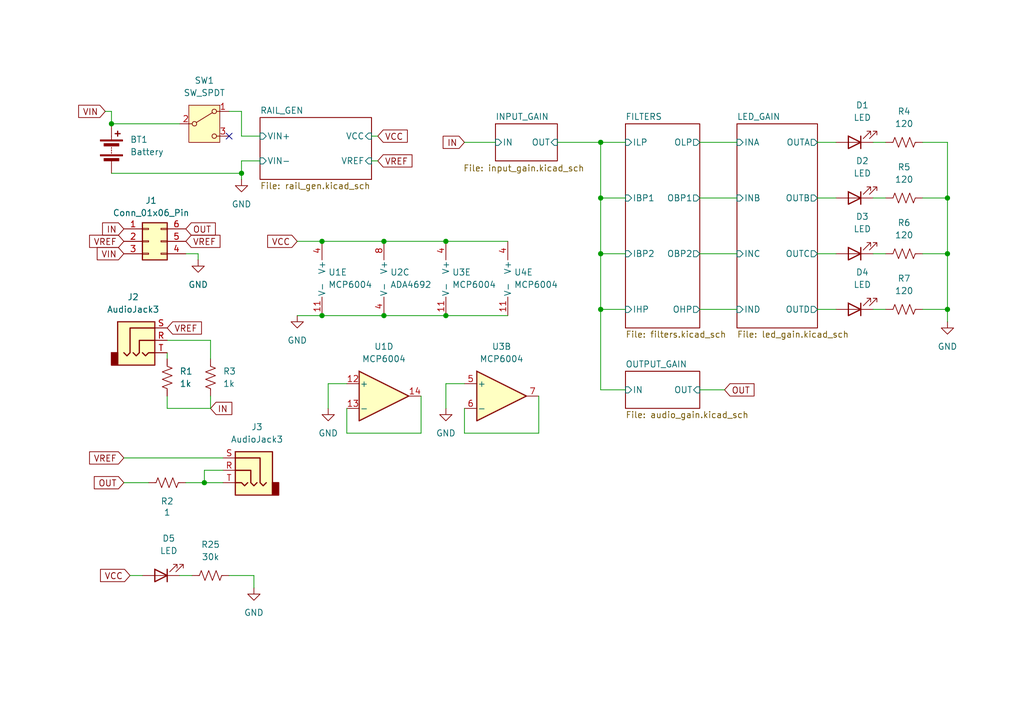
<source format=kicad_sch>
(kicad_sch (version 20250114) (generator "eeschema") (generator_version "9.0")
  (paper "A5")
  (title_block (title "EL223FP4L1") (date "2025-05-08") (rev "1") (company "Boles & Walker") (comment 1 "Board Overview"))
  (lib_symbols
    (symbol "Amplifier_Operational:MCP6004" (pin_names (offset 0.127))
      (property "Reference" "U" (at 0 5.08 0))
      (property "Value" "MCP6004" (at 0 -5.08 0))
      (symbol "MCP6004_1_1"
        (polyline (pts (xy -5.08 5.08) (xy 5.08 0) (xy -5.08 -5.08) (xy -5.08 5.08)) (stroke (width 0.254)) (fill (type background)))
        (pin input line (at -7.62 2.54 0) (length 2.54) (name "+") (number "3"))
        (pin input line (at -7.62 -2.54 0) (length 2.54) (name "-") (number "2"))
        (pin output line (at 7.62 0 180) (length 2.54) (name "~") (number "1"))
      )
      (symbol "MCP6004_2_1"
        (polyline (pts (xy -5.08 5.08) (xy 5.08 0) (xy -5.08 -5.08) (xy -5.08 5.08)) (stroke (width 0.254)) (fill (type background)))
        (pin input line (at -7.62 2.54 0) (length 2.54) (name "+") (number "5"))
        (pin input line (at -7.62 -2.54 0) (length 2.54) (name "-") (number "6"))
        (pin output line (at 7.62 0 180) (length 2.54) (name "~") (number "7"))
      )
      (symbol "MCP6004_3_1"
        (polyline (pts (xy -5.08 5.08) (xy 5.08 0) (xy -5.08 -5.08) (xy -5.08 5.08)) (stroke (width 0.254)) (fill (type background)))
        (pin input line (at -7.62 2.54 0) (length 2.54) (name "+") (number "10"))
        (pin input line (at -7.62 -2.54 0) (length 2.54) (name "-") (number "9"))
        (pin output line (at 7.62 0 180) (length 2.54) (name "~") (number "8"))
      )
      (symbol "MCP6004_4_1"
        (polyline (pts (xy -5.08 5.08) (xy 5.08 0) (xy -5.08 -5.08) (xy -5.08 5.08)) (stroke (width 0.254)) (fill (type background)))
        (pin input line (at -7.62 2.54 0) (length 2.54) (name "+") (number "12"))
        (pin input line (at -7.62 -2.54 0) (length 2.54) (name "-") (number "13"))
        (pin output line (at 7.62 0 180) (length 2.54) (name "~") (number "14"))
      )
      (symbol "MCP6004_5_1"
        (pin power_in line (at -2.54 7.62 270) (length 3.81) (name "V+") (number "4"))
        (pin power_in line (at -2.54 -7.62 90) (length 3.81) (name "V-") (number "11"))
      )
    )
    (symbol "Connector_Audio:AudioJack3"
      (property "Reference" "J" (at 0 8.89 0))
      (property "Value" "AudioJack3" (at 0 6.35 0))
      (symbol "AudioJack3_0_1"
        (rectangle (start -5.08 -5.08) (end -6.35 -2.54) (stroke (width 0.254)) (fill (type outline)))
        (polyline (pts (xy -1.905 -2.54) (xy -1.27 -3.175) (xy -0.635 -2.54) (xy -0.635 0) (xy 2.54 0)) (stroke (width 0.254)))
        (polyline (pts (xy 0 -2.54) (xy 0.635 -3.175) (xy 1.27 -2.54) (xy 2.54 -2.54)) (stroke (width 0.254)))
        (rectangle (start 2.54 3.81) (end -5.08 -5.08) (stroke (width 0.254)) (fill (type background)))
        (polyline (pts (xy 2.54 2.54) (xy -2.54 2.54) (xy -2.54 -2.54) (xy -3.175 -3.175) (xy -3.81 -2.54)) (stroke (width 0.254)))
      )
      (symbol "AudioJack3_1_1"
        (pin passive line (at 5.08 2.54 180) (length 2.54) (name "~") (number "S"))
        (pin passive line (at 5.08 0 180) (length 2.54) (name "~") (number "R"))
        (pin passive line (at 5.08 -2.54 180) (length 2.54) (name "~") (number "T"))
      )
    )
    (symbol "Connector_Generic:Conn_02x03_Counter_Clockwise" (pin_names (offset 1.016) (hide yes))
      (property "Reference" "J" (at 1.27 5.08 0))
      (property "Value" "Conn_02x03_Counter_Clockwise" (at 1.27 -5.08 0))
      (symbol "Conn_02x03_Counter_Clockwise_1_1"
        (rectangle (start -1.27 3.81) (end 3.81 -3.81) (stroke (width 0.254)) (fill (type background)))
        (rectangle (start -1.27 2.667) (end 0 2.413) (stroke (width 0.1524)))
        (rectangle (start -1.27 0.127) (end 0 -0.127) (stroke (width 0.1524)))
        (rectangle (start -1.27 -2.413) (end 0 -2.667) (stroke (width 0.1524)))
        (rectangle (start 3.81 2.667) (end 2.54 2.413) (stroke (width 0.1524)))
        (rectangle (start 3.81 0.127) (end 2.54 -0.127) (stroke (width 0.1524)))
        (rectangle (start 3.81 -2.413) (end 2.54 -2.667) (stroke (width 0.1524)))
        (pin passive line (at -5.08 2.54 0) (length 3.81) (name "Pin_1") (number "1"))
        (pin passive line (at -5.08 0 0) (length 3.81) (name "Pin_2") (number "2"))
        (pin passive line (at -5.08 -2.54 0) (length 3.81) (name "Pin_3") (number "3"))
        (pin passive line (at 7.62 2.54 180) (length 3.81) (name "Pin_6") (number "6"))
        (pin passive line (at 7.62 0 180) (length 3.81) (name "Pin_5") (number "5"))
        (pin passive line (at 7.62 -2.54 180) (length 3.81) (name "Pin_4") (number "4"))
      )
    )
    (symbol "Custom:ADA4692-2" (pin_names (offset 0.127))
      (property "Reference" "U" (at 2.54 6.35 0))
      (property "Value" "ADA4692-2" (at 2.54 3.81 0))
      (symbol "ADA4692-2_1_1"
        (polyline (pts (xy 5.08 0) (xy -5.08 5.08) (xy -5.08 -5.08) (xy 5.08 0)) (stroke (width 0.254)) (fill (type background)))
        (pin input line (at -7.62 2.54 0) (length 2.54) (name "+") (number "3"))
        (pin input line (at -7.62 -2.54 0) (length 2.54) (name "-") (number "2"))
        (pin output line (at 7.62 0 180) (length 2.54) (name "~") (number "1"))
      )
      (symbol "ADA4692-2_2_1"
        (polyline (pts (xy 5.08 0) (xy -5.08 5.08) (xy -5.08 -5.08) (xy 5.08 0)) (stroke (width 0.254)) (fill (type background)))
        (pin input line (at -7.62 2.54 0) (length 2.54) (name "+") (number "5"))
        (pin input line (at -7.62 -2.54 0) (length 2.54) (name "-") (number "6"))
        (pin output line (at 7.62 0 180) (length 2.54) (name "~") (number "7"))
      )
      (symbol "ADA4692-2_3_1"
        (pin power_in line (at 0 7.62 270) (length 3.81) (name "V+") (number "8"))
        (pin power_in line (at 0 -7.62 90) (length 3.81) (name "V-") (number "4"))
      )
    )
    (symbol "Device:Battery" (pin_numbers (hide yes)) (pin_names (offset 0) (hide yes))
      (property "Reference" "BT" (at 2.54 2.54 0))
      (property "Value" "Battery" (at 2.54 0 0))
      (symbol "Battery_0_1"
        (rectangle (start -2.286 1.778) (end 2.286 1.524) (fill (type outline)))
        (rectangle (start -2.286 -1.27) (end 2.286 -1.524) (fill (type outline)))
        (rectangle (start -1.524 1.016) (end 1.524 0.508) (fill (type outline)))
        (rectangle (start -1.524 -2.032) (end 1.524 -2.54) (fill (type outline)))
        (polyline (pts (xy 0 1.778) (xy 0 2.54)))
        (polyline (pts (xy 0 0) (xy 0 0.254)))
        (polyline (pts (xy 0 -0.508) (xy 0 -0.254)))
        (polyline (pts (xy 0 -1.016) (xy 0 -0.762)))
        (polyline (pts (xy 0.762 3.048) (xy 1.778 3.048)) (stroke (width 0.254)))
        (polyline (pts (xy 1.27 3.556) (xy 1.27 2.54)) (stroke (width 0.254)))
      )
      (symbol "Battery_1_1"
        (pin passive line (at 0 5.08 270) (length 2.54) (name "+") (number "1"))
        (pin passive line (at 0 -5.08 90) (length 2.54) (name "-") (number "2"))
      )
    )
    (symbol "Device:LED" (pin_numbers (hide yes)) (pin_names (offset 1.016) (hide yes))
      (property "Reference" "D" (at 0 2.54 0))
      (property "Value" "LED" (at 0 -2.54 0))
      (symbol "LED_0_1"
        (polyline (pts (xy -3.048 -0.762) (xy -4.572 -2.286) (xy -3.81 -2.286) (xy -4.572 -2.286) (xy -4.572 -1.524)))
        (polyline (pts (xy -1.778 -0.762) (xy -3.302 -2.286) (xy -2.54 -2.286) (xy -3.302 -2.286) (xy -3.302 -1.524)))
        (polyline (pts (xy -1.27 0) (xy 1.27 0)))
        (polyline (pts (xy -1.27 -1.27) (xy -1.27 1.27)) (stroke (width 0.254)))
        (polyline (pts (xy 1.27 -1.27) (xy 1.27 1.27) (xy -1.27 0) (xy 1.27 -1.27)) (stroke (width 0.254)))
      )
      (symbol "LED_1_1"
        (pin passive line (at -3.81 0 0) (length 2.54) (name "K") (number "1"))
        (pin passive line (at 3.81 0 180) (length 2.54) (name "A") (number "2"))
      )
    )
    (symbol "Device:R_US" (pin_numbers (hide yes)) (pin_names (offset 0))
      (property "Reference" "R" (at 2.54 0 90))
      (property "Value" "R_US" (at -2.54 0 90))
      (symbol "R_US_0_1"
        (polyline (pts (xy 0 2.286) (xy 0 2.54)))
        (polyline (pts (xy 0 2.286) (xy 1.016 1.905) (xy 0 1.524) (xy -1.016 1.143) (xy 0 0.762)))
        (polyline (pts (xy 0 0.762) (xy 1.016 0.381) (xy 0 0) (xy -1.016 -0.381) (xy 0 -0.762)))
        (polyline (pts (xy 0 -0.762) (xy 1.016 -1.143) (xy 0 -1.524) (xy -1.016 -1.905) (xy 0 -2.286)))
        (polyline (pts (xy 0 -2.286) (xy 0 -2.54)))
      )
      (symbol "R_US_1_1"
        (pin passive line (at 0 3.81 270) (length 1.27) (name "~") (number "1"))
        (pin passive line (at 0 -3.81 90) (length 1.27) (name "~") (number "2"))
      )
    )
    (symbol "Switch:SW_SPDT" (pin_names (offset 0) (hide yes))
      (property "Reference" "SW" (at 0 5.08 0))
      (property "Value" "SW_SPDT" (at 0 -5.08 0))
      (symbol "SW_SPDT_0_1"
        (circle (center -2.032 0) (radius 0.4572))
        (polyline (pts (xy -1.651 0.254) (xy 1.651 2.286)))
        (circle (center 2.032 2.54) (radius 0.4572))
        (circle (center 2.032 -2.54) (radius 0.4572))
      )
      (symbol "SW_SPDT_1_1"
        (rectangle (start -3.175 3.81) (end 3.175 -3.81) (fill (type background)))
        (pin passive line (at -5.08 0 0) (length 2.54) (name "B") (number "2"))
        (pin passive line (at 5.08 2.54 180) (length 2.54) (name "A") (number "1"))
        (pin passive line (at 5.08 -2.54 180) (length 2.54) (name "C") (number "3"))
      )
    )
    (symbol "power:GND" (power) (pin_numbers (hide yes)) (pin_names (offset 0) (hide yes))
      (property "Value" "GND" (at 0 -3.81 0))
      (symbol "GND_0_1"
        (polyline (pts (xy 0 0) (xy 0 -1.27) (xy 1.27 -1.27) (xy 0 -2.54) (xy -1.27 -1.27) (xy 0 -1.27)))
      )
      (symbol "GND_1_1"
        (pin power_in line (at 0 0 270) (length 0) (name "~") (number "1"))
      )
    )
  )
  (junction (at 41.91 99.06))
  (junction (at 91.44 49.53))
  (junction (at 123.19 63.5))
  (junction (at 78.74 64.77))
  (junction (at 123.19 52.07))
  (junction (at 91.44 64.77))
  (junction (at 123.19 40.64))
  (junction (at 66.04 64.77))
  (junction (at 194.31 63.5))
  (junction (at 194.31 52.07))
  (junction (at 78.74 49.53))
  (junction (at 66.04 49.53))
  (junction (at 49.53 35.56))
  (junction (at 194.31 40.64))
  (junction (at 22.86 25.4))
  (junction (at 123.19 29.21))
  (no_connect (at 46.99 27.94))
  (wire (pts (xy 78.74 64.77) (xy 91.44 64.77)))
  (wire (pts (xy 123.19 52.07) (xy 123.19 63.5)))
  (wire (pts (xy 45.72 99.06) (xy 41.91 99.06)))
  (wire (pts (xy 194.31 29.21) (xy 194.31 40.64)))
  (wire (pts (xy 194.31 63.5) (xy 194.31 66.04)))
  (wire (pts (xy 179.07 29.21) (xy 181.61 29.21)))
  (wire (pts (xy 38.1 99.06) (xy 41.91 99.06)))
  (wire (pts (xy 43.18 81.28) (xy 43.18 83.82)))
  (wire (pts (xy 189.23 52.07) (xy 194.31 52.07)))
  (wire (pts (xy 22.86 22.86) (xy 22.86 25.4)))
  (wire (pts (xy 21.59 22.86) (xy 22.86 22.86)))
  (wire (pts (xy 114.3 29.21) (xy 123.19 29.21)))
  (wire (pts (xy 26.67 118.11) (xy 29.21 118.11)))
  (wire (pts (xy 76.2 33.02) (xy 77.47 33.02)))
  (wire (pts (xy 143.51 29.21) (xy 151.13 29.21)))
  (wire (pts (xy 194.31 52.07) (xy 194.31 63.5)))
  (wire (pts (xy 143.51 40.64) (xy 151.13 40.64)))
  (wire (pts (xy 189.23 40.64) (xy 194.31 40.64)))
  (wire (pts (xy 22.86 35.56) (xy 49.53 35.56)))
  (wire (pts (xy 38.1 52.07) (xy 40.64 52.07)))
  (wire (pts (xy 179.07 52.07) (xy 181.61 52.07)))
  (wire (pts (xy 40.64 52.07) (xy 40.64 53.34)))
  (wire (pts (xy 52.07 118.11) (xy 52.07 120.65)))
  (wire (pts (xy 91.44 64.77) (xy 104.14 64.77)))
  (wire (pts (xy 189.23 29.21) (xy 194.31 29.21)))
  (wire (pts (xy 167.64 29.21) (xy 171.45 29.21)))
  (wire (pts (xy 167.64 40.64) (xy 171.45 40.64)))
  (wire (pts (xy 78.74 49.53) (xy 91.44 49.53)))
  (wire (pts (xy 86.36 81.28) (xy 86.36 88.9)))
  (wire (pts (xy 91.44 49.53) (xy 104.14 49.53)))
  (wire (pts (xy 43.18 69.85) (xy 43.18 73.66)))
  (wire (pts (xy 66.04 64.77) (xy 78.74 64.77)))
  (wire (pts (xy 53.34 27.94) (xy 49.53 27.94)))
  (wire (pts (xy 91.44 78.74) (xy 91.44 83.82)))
  (wire (pts (xy 66.04 49.53) (xy 78.74 49.53)))
  (wire (pts (xy 71.12 88.9) (xy 71.12 83.82)))
  (wire (pts (xy 143.51 52.07) (xy 151.13 52.07)))
  (wire (pts (xy 143.51 63.5) (xy 151.13 63.5)))
  (wire (pts (xy 60.96 49.53) (xy 66.04 49.53)))
  (wire (pts (xy 43.18 83.82) (xy 34.29 83.82)))
  (wire (pts (xy 123.19 40.64) (xy 128.27 40.64)))
  (wire (pts (xy 194.31 40.64) (xy 194.31 52.07)))
  (wire (pts (xy 67.31 78.74) (xy 67.31 83.82)))
  (wire (pts (xy 86.36 88.9) (xy 71.12 88.9)))
  (wire (pts (xy 49.53 27.94) (xy 49.53 22.86)))
  (wire (pts (xy 60.96 64.77) (xy 66.04 64.77)))
  (wire (pts (xy 179.07 63.5) (xy 181.61 63.5)))
  (wire (pts (xy 49.53 36.83) (xy 49.53 35.56)))
  (wire (pts (xy 95.25 88.9) (xy 95.25 83.82)))
  (wire (pts (xy 95.25 78.74) (xy 91.44 78.74)))
  (wire (pts (xy 34.29 83.82) (xy 34.29 81.28)))
  (wire (pts (xy 123.19 63.5) (xy 128.27 63.5)))
  (wire (pts (xy 123.19 63.5) (xy 123.19 80.01)))
  (wire (pts (xy 34.29 69.85) (xy 43.18 69.85)))
  (wire (pts (xy 25.4 93.98) (xy 45.72 93.98)))
  (wire (pts (xy 143.51 80.01) (xy 148.59 80.01)))
  (wire (pts (xy 34.29 72.39) (xy 34.29 73.66)))
  (wire (pts (xy 49.53 22.86) (xy 46.99 22.86)))
  (wire (pts (xy 25.4 99.06) (xy 30.48 99.06)))
  (wire (pts (xy 123.19 80.01) (xy 128.27 80.01)))
  (wire (pts (xy 49.53 33.02) (xy 53.34 33.02)))
  (wire (pts (xy 71.12 78.74) (xy 67.31 78.74)))
  (wire (pts (xy 95.25 29.21) (xy 101.6 29.21)))
  (wire (pts (xy 179.07 40.64) (xy 181.61 40.64)))
  (wire (pts (xy 22.86 25.4) (xy 36.83 25.4)))
  (wire (pts (xy 189.23 63.5) (xy 194.31 63.5)))
  (wire (pts (xy 45.72 96.52) (xy 41.91 96.52)))
  (wire (pts (xy 167.64 63.5) (xy 171.45 63.5)))
  (wire (pts (xy 123.19 52.07) (xy 128.27 52.07)))
  (wire (pts (xy 49.53 35.56) (xy 49.53 33.02)))
  (wire (pts (xy 76.2 27.94) (xy 77.47 27.94)))
  (wire (pts (xy 41.91 96.52) (xy 41.91 99.06)))
  (wire (pts (xy 123.19 29.21) (xy 128.27 29.21)))
  (wire (pts (xy 36.83 118.11) (xy 39.37 118.11)))
  (wire (pts (xy 123.19 29.21) (xy 123.19 40.64)))
  (wire (pts (xy 167.64 52.07) (xy 171.45 52.07)))
  (wire (pts (xy 110.49 88.9) (xy 95.25 88.9)))
  (wire (pts (xy 123.19 40.64) (xy 123.19 52.07)))
  (wire (pts (xy 46.99 118.11) (xy 52.07 118.11)))
  (wire (pts (xy 110.49 81.28) (xy 110.49 88.9)))
  (global_label "VREF" (shape input) (at 38.1 49.53 0) (property "Intersheetrefs" "${INTERSHEET_REFS}" (effects (hide yes))))
  (global_label "VCC" (shape input) (at 60.96 49.53 180) (property "Intersheetrefs" "${INTERSHEET_REFS}" (effects (hide yes))))
  (global_label "VCC" (shape input) (at 77.47 27.94 0) (property "Intersheetrefs" "${INTERSHEET_REFS}" (effects (hide yes))))
  (global_label "OUT" (shape input) (at 25.4 99.06 180) (property "Intersheetrefs" "${INTERSHEET_REFS}" (effects (hide yes))))
  (global_label "OUT" (shape input) (at 38.1 46.99 0) (property "Intersheetrefs" "${INTERSHEET_REFS}" (effects (hide yes))))
  (global_label "VREF" (shape input) (at 77.47 33.02 0) (property "Intersheetrefs" "${INTERSHEET_REFS}" (effects (hide yes))))
  (global_label "VCC" (shape input) (at 26.67 118.11 180) (property "Intersheetrefs" "${INTERSHEET_REFS}" (effects (hide yes))))
  (global_label "VREF" (shape input) (at 25.4 93.98 180) (property "Intersheetrefs" "${INTERSHEET_REFS}" (effects (hide yes))))
  (global_label "IN" (shape input) (at 43.18 83.82 0) (property "Intersheetrefs" "${INTERSHEET_REFS}" (effects (hide yes))))
  (global_label "VREF" (shape input) (at 34.29 67.31 0) (property "Intersheetrefs" "${INTERSHEET_REFS}" (effects (hide yes))))
  (global_label "IN" (shape input) (at 95.25 29.21 180) (property "Intersheetrefs" "${INTERSHEET_REFS}" (effects (hide yes))))
  (global_label "VIN" (shape input) (at 25.4 52.07 180) (property "Intersheetrefs" "${INTERSHEET_REFS}" (effects (hide yes))))
  (global_label "OUT" (shape input) (at 148.59 80.01 0) (property "Intersheetrefs" "${INTERSHEET_REFS}" (effects (hide yes))))
  (global_label "VIN" (shape input) (at 21.59 22.86 180) (property "Intersheetrefs" "${INTERSHEET_REFS}" (effects (hide yes))))
  (global_label "IN" (shape input) (at 25.4 46.99 180) (property "Intersheetrefs" "${INTERSHEET_REFS}" (effects (hide yes))))
  (global_label "VREF" (shape input) (at 25.4 49.53 180) (property "Intersheetrefs" "${INTERSHEET_REFS}" (effects (hide yes))))
  (symbol (lib_id "power:GND") (at 67.31 83.82 0) (unit 1)
    (property "Reference" "#PWR03" (effects (hide yes)))
    (property "Value" "GND" (at 67.31 88.9 0))
    (property "Description" "Power symbol creates a global label with name \"GND\" , ground" (effects (hide yes)))
  )
  (symbol (lib_id "power:GND") (at 40.64 53.34 0) (unit 1)
    (property "Reference" "#PWR01" (effects (hide yes)))
    (property "Value" "GND" (at 40.64 58.42 0))
    (property "Description" "Power symbol creates a global label with name \"GND\" , ground" (effects (hide yes)))
  )
  (symbol (lib_id "Device:R_US") (at 185.42 52.07 90) (unit 1)
    (property "Reference" "R6" (at 185.42 45.72 90))
    (property "Value" "120" (at 185.42 48.26 90))
    (property "Footprint" "Resistor_SMD:R_0805_2012Metric_Pad1.20x1.40mm_HandSolder" (effects (hide yes)))
    (property "Datasheet" "https://static6.arrow.com/aropdfconversion/7e2213882d2cf06558ca48205aefcc8d6bac7a1a/cr.pdf" (effects (hide yes)))
    (property "Description" "Resistor, US symbol" (effects (hide yes)))
    (property "Part" "CR0805-FX-1200GLF" (effects (hide yes)))
  )
  (symbol (lib_id "Device:LED") (at 175.26 29.21 180) (unit 1)
    (property "Reference" "D1" (at 176.8475 21.59 0))
    (property "Value" "LED" (at 176.8475 24.13 0))
    (property "Footprint" "LED_SMD:LED_0805_2012Metric_Pad1.15x1.40mm_HandSolder" (effects (hide yes)))
    (property "Description" "Light emitting diode" (effects (hide yes)))
    (property "Sim.Pins" "1=K 2=A" (effects (hide yes)))
    (property "Sim.Library" "led.lib" (effects (hide yes)))
    (property "Sim.Name" "LED_GENERAL" (effects (hide yes)))
    (property "Sim.Device" "D" (effects (hide yes)))
  )
  (symbol (lib_id "Device:LED") (at 175.26 63.5 180) (unit 1)
    (property "Reference" "D4" (at 176.8475 55.88 0))
    (property "Value" "LED" (at 176.8475 58.42 0))
    (property "Footprint" "LED_SMD:LED_0805_2012Metric_Pad1.15x1.40mm_HandSolder" (effects (hide yes)))
    (property "Description" "Light emitting diode" (effects (hide yes)))
    (property "Sim.Pins" "1=K 2=A" (effects (hide yes)))
    (property "Sim.Library" "led.lib" (effects (hide yes)))
    (property "Sim.Name" "LED_GENERAL" (effects (hide yes)))
    (property "Sim.Device" "D" (effects (hide yes)))
  )
  (symbol (lib_id "Custom:ADA4692-2") (at 78.74 57.15 0) (unit 3)
    (property "Reference" "U2" (at 80.01 55.8799 0) (effects (justify left)))
    (property "Value" "ADA4692" (at 80.01 58.4199 0) (effects (justify left)))
    (property "Footprint" "Package_SO:SOIC-8_3.9x4.9mm_P1.27mm" (effects (hide yes)))
    (property "Datasheet" "https://www.analog.com/media/en/technical-documentation/data-sheets/ADA4691-2_4691-4_4692-2_4692-4.pdf" (effects (hide yes)))
    (property "Description" "Dual Low Noise, Precision, Rail-to-Rail Output, JFET Op Amp, SOIC-8" (effects (hide yes)))
    (property "Sim.Library" "ada4692.sub" (effects (hide yes)))
    (property "Sim.Name" "ADA4692-2" (effects (hide yes)))
    (property "Sim.Device" "SUBCKT" (effects (hide yes)))
    (property "Sim.Pins" "1=AOUT 2=AIN- 3=AIN+ 4=V- 5=BIN+ 6=BIN- 7=BOUT 8=V+" (effects (hide yes)))
    (property "Part" "ADA4692-2ARZ" (effects (hide yes)))
  )
  (symbol (lib_id "Device:R_US") (at 185.42 63.5 90) (unit 1)
    (property "Reference" "R7" (at 185.42 57.15 90))
    (property "Value" "120" (at 185.42 59.69 90))
    (property "Footprint" "Resistor_SMD:R_0805_2012Metric_Pad1.20x1.40mm_HandSolder" (effects (hide yes)))
    (property "Datasheet" "https://static6.arrow.com/aropdfconversion/7e2213882d2cf06558ca48205aefcc8d6bac7a1a/cr.pdf" (effects (hide yes)))
    (property "Description" "Resistor, US symbol" (effects (hide yes)))
    (property "Part" "CR0805-FX-1200GLF" (effects (hide yes)))
  )
  (symbol (lib_id "Device:R_US") (at 185.42 29.21 90) (unit 1)
    (property "Reference" "R4" (at 185.42 22.86 90))
    (property "Value" "120" (at 185.42 25.4 90))
    (property "Footprint" "Resistor_SMD:R_0805_2012Metric_Pad1.20x1.40mm_HandSolder" (effects (hide yes)))
    (property "Datasheet" "https://static6.arrow.com/aropdfconversion/7e2213882d2cf06558ca48205aefcc8d6bac7a1a/cr.pdf" (effects (hide yes)))
    (property "Description" "Resistor, US symbol" (effects (hide yes)))
    (property "Part" "CR0805-FX-1200GLF" (effects (hide yes)))
  )
  (symbol (lib_id "Switch:SW_SPDT") (at 41.91 25.4 0) (unit 1)
    (property "Reference" "SW1" (at 41.91 16.51 0))
    (property "Value" "SW_SPDT" (at 41.91 19.05 0))
    (property "Footprint" "Custom:SW_SLW-121586-5A-D" (effects (hide yes)))
    (property "Datasheet" "https://static6.arrow.com/aropdfconversion/9ae6801e39b6de35ce0772aecfe75ec6b325529d/slw1215865ad.pdf" (effects (hide yes)))
    (property "Description" "Switch, single pole double throw" (effects (hide yes)))
    (property "Part" "SLW-121586-5A-D" (effects (hide yes)))
    (property "Sim.Device" "R" (effects (hide yes)))
    (property "Sim.Pins" "1=+ 2=-" (effects (hide yes)))
    (property "Sim.Params" "r=0" (effects (hide yes)))
  )
  (symbol (lib_id "Connector_Audio:AudioJack3") (at 50.8 96.52 0) (mirror y) (unit 1) (exclude_from_sim yes)
    (property "Reference" "J3" (at 52.705 87.63 0))
    (property "Value" "AudioJack3" (at 52.705 90.17 0))
    (property "Footprint" "Custom:Jack_3.5mm_CUI_SJ1-3523N_Horizontal" (effects (hide yes)))
    (property "Datasheet" "https://www.sameskydevices.com/product/resource/sj1-352xn.pdf" (effects (hide yes)))
    (property "Description" "Audio Jack, 3 Poles (Stereo / TRS)" (effects (hide yes)))
    (property "Part" "SJ1-3523N" (effects (hide yes)))
  )
  (symbol (lib_id "power:GND") (at 60.96 64.77 0) (unit 1)
    (property "Reference" "#PWR04" (effects (hide yes)))
    (property "Value" "GND" (at 60.96 69.85 0))
    (property "Description" "Power symbol creates a global label with name \"GND\" , ground" (effects (hide yes)))
  )
  (symbol (lib_id "power:GND") (at 49.53 36.83 0) (unit 1)
    (property "Reference" "#PWR02" (effects (hide yes)))
    (property "Value" "GND" (at 49.53 41.91 0))
    (property "Description" "Power symbol creates a global label with name \"GND\" , ground" (effects (hide yes)))
  )
  (symbol (lib_id "Connector_Generic:Conn_02x03_Counter_Clockwise") (at 30.48 49.53 0) (unit 1) (exclude_from_sim yes)
    (property "Reference" "J1" (at 30.988 41.148 0))
    (property "Value" "Conn_01x06_Pin" (at 30.988 43.688 0))
    (property "Footprint" "Connector_PinHeader_2.54mm:PinHeader_2x03_P2.54mm_Vertical" (effects (hide yes)))
    (property "Datasheet" "https://static6.arrow.com/aropdfconversion/574d1ab07bdb35554fd3a21cfe85b0607ce140e2/51934899289880215193474261229970eng_ds_1307819_ampmodu_0911.pdf" (effects (hide yes)))
    (property "Description" "Generic connector, double row, 02x03, counter clockwise pin numbering scheme (similar to DIP package numbering), script generated (kicad-library-utils/schlib/autogen/connector/)" (effects (hide yes)))
    (property "Part" "5-146254-3 " (effects (hide yes)))
  )
  (symbol (lib_id "Amplifier_Operational:MCP6004") (at 93.98 57.15 0) (unit 5)
    (property "Reference" "U3" (at 92.71 55.8799 0) (effects (justify left)))
    (property "Value" "MCP6004" (at 92.71 58.4199 0) (effects (justify left)))
    (property "Footprint" "Package_SO:SOIC-14_3.9x8.7mm_P1.27mm" (effects (hide yes)))
    (property "Datasheet" "https://ww1.microchip.com/downloads/aemDocuments/documents/MSLD/ProductDocuments/DataSheets/MCP6001-1R-1U-2-4-1-MHz-Low-Power-Op-Amp-DS20001733L.pdf" (effects (hide yes)))
    (property "Description" "1MHz, Low-Power Op Amp, DIP-14/SOIC-14/TSSOP-14" (effects (hide yes)))
    (property "Sim.Library" "MCP6001.lib" (effects (hide yes)))
    (property "Sim.Name" "MCP6004" (effects (hide yes)))
    (property "Sim.Device" "SUBCKT" (effects (hide yes)))
    (property "Sim.Pins" "1=OUTA 2=A- 3=A+ 4=VDD 5=B+ 6=B- 7=OUTB 8=OUTC 9=C- 10=C+ 11=VSS 12=D+ 13=D- 14=OUTD" (effects (hide yes)))
    (property "Part" "MCP6004-I/SL" (effects (hide yes)))
  )
  (symbol (lib_id "Amplifier_Operational:MCP6004") (at 102.87 81.28 0) (unit 2)
    (property "Reference" "U3" (at 102.87 71.12 0))
    (property "Value" "MCP6004" (at 102.87 73.66 0))
    (property "Footprint" "Package_SO:SOIC-14_3.9x8.7mm_P1.27mm" (effects (hide yes)))
    (property "Datasheet" "https://ww1.microchip.com/downloads/aemDocuments/documents/MSLD/ProductDocuments/DataSheets/MCP6001-1R-1U-2-4-1-MHz-Low-Power-Op-Amp-DS20001733L.pdf" (effects (hide yes)))
    (property "Description" "1MHz, Low-Power Op Amp, DIP-14/SOIC-14/TSSOP-14" (effects (hide yes)))
    (property "Sim.Library" "MCP6001.lib" (effects (hide yes)))
    (property "Sim.Name" "MCP6004" (effects (hide yes)))
    (property "Sim.Device" "SUBCKT" (effects (hide yes)))
    (property "Sim.Pins" "1=OUTA 2=A- 3=A+ 4=VDD 5=B+ 6=B- 7=OUTB 8=OUTC 9=C- 10=C+ 11=VSS 12=D+ 13=D- 14=OUTD" (effects (hide yes)))
    (property "Part" "MCP6004-I/SL" (effects (hide yes)))
  )
  (symbol (lib_id "Device:R_US") (at 34.29 77.47 0) (unit 1)
    (property "Reference" "R1" (at 36.83 76.1999 0) (effects (justify left)))
    (property "Value" "1k" (at 36.83 78.7399 0) (effects (justify left)))
    (property "Footprint" "Resistor_SMD:R_0805_2012Metric_Pad1.20x1.40mm_HandSolder" (effects (hide yes)))
    (property "Description" "Resistor, US symbol" (effects (hide yes)))
  )
  (symbol (lib_id "Device:LED") (at 175.26 52.07 180) (unit 1)
    (property "Reference" "D3" (at 176.8475 44.45 0))
    (property "Value" "LED" (at 176.8475 46.99 0))
    (property "Footprint" "LED_SMD:LED_0805_2012Metric_Pad1.15x1.40mm_HandSolder" (effects (hide yes)))
    (property "Description" "Light emitting diode" (effects (hide yes)))
    (property "Sim.Pins" "1=K 2=A" (effects (hide yes)))
    (property "Sim.Library" "led.lib" (effects (hide yes)))
    (property "Sim.Name" "LED_GENERAL" (effects (hide yes)))
    (property "Sim.Device" "D" (effects (hide yes)))
  )
  (symbol (lib_id "Device:R_US") (at 185.42 40.64 90) (unit 1)
    (property "Reference" "R5" (at 185.42 34.29 90))
    (property "Value" "120" (at 185.42 36.83 90))
    (property "Footprint" "Resistor_SMD:R_0805_2012Metric_Pad1.20x1.40mm_HandSolder" (effects (hide yes)))
    (property "Datasheet" "https://static6.arrow.com/aropdfconversion/7e2213882d2cf06558ca48205aefcc8d6bac7a1a/cr.pdf" (effects (hide yes)))
    (property "Description" "Resistor, US symbol" (effects (hide yes)))
    (property "Part" "CR0805-FX-1200GLF" (effects (hide yes)))
  )
  (symbol (lib_id "Amplifier_Operational:MCP6004") (at 106.68 57.15 0) (unit 5)
    (property "Reference" "U4" (at 105.41 55.8799 0) (effects (justify left)))
    (property "Value" "MCP6004" (at 105.41 58.4199 0) (effects (justify left)))
    (property "Footprint" "Package_SO:SOIC-14_3.9x8.7mm_P1.27mm" (effects (hide yes)))
    (property "Datasheet" "https://ww1.microchip.com/downloads/aemDocuments/documents/MSLD/ProductDocuments/DataSheets/MCP6001-1R-1U-2-4-1-MHz-Low-Power-Op-Amp-DS20001733L.pdf" (effects (hide yes)))
    (property "Description" "1MHz, Low-Power Op Amp, DIP-14/SOIC-14/TSSOP-14" (effects (hide yes)))
    (property "Sim.Library" "MCP6001.lib" (effects (hide yes)))
    (property "Sim.Name" "MCP6004" (effects (hide yes)))
    (property "Sim.Device" "SUBCKT" (effects (hide yes)))
    (property "Sim.Pins" "1=OUTA 2=A- 3=A+ 4=VDD 5=B+ 6=B- 7=OUTB 8=OUTC 9=C- 10=C+ 11=VSS 12=D+ 13=D- 14=OUTD" (effects (hide yes)))
    (property "Part" "MCP6004-I/SL" (effects (hide yes)))
  )
  (symbol (lib_id "Device:LED") (at 33.02 118.11 180) (unit 1)
    (property "Reference" "D5" (at 34.6075 110.49 0))
    (property "Value" "LED" (at 34.6075 113.03 0))
    (property "Footprint" "LED_SMD:LED_0805_2012Metric_Pad1.15x1.40mm_HandSolder" (effects (hide yes)))
    (property "Description" "Light emitting diode" (effects (hide yes)))
    (property "Sim.Pins" "1=K 2=A" (effects (hide yes)))
    (property "Sim.Library" "led.lib" (effects (hide yes)))
    (property "Sim.Name" "LED_GENERAL" (effects (hide yes)))
    (property "Sim.Device" "D" (effects (hide yes)))
  )
  (symbol (lib_id "power:GND") (at 52.07 120.65 0) (unit 1)
    (property "Reference" "#PWR07" (effects (hide yes)))
    (property "Value" "GND" (at 52.07 125.73 0))
    (property "Description" "Power symbol creates a global label with name \"GND\" , ground" (effects (hide yes)))
  )
  (symbol (lib_id "Device:LED") (at 175.26 40.64 180) (unit 1)
    (property "Reference" "D2" (at 176.8475 33.02 0))
    (property "Value" "LED" (at 176.8475 35.56 0))
    (property "Footprint" "LED_SMD:LED_0805_2012Metric_Pad1.15x1.40mm_HandSolder" (effects (hide yes)))
    (property "Description" "Light emitting diode" (effects (hide yes)))
    (property "Sim.Pins" "1=K 2=A" (effects (hide yes)))
    (property "Sim.Library" "led.lib" (effects (hide yes)))
    (property "Sim.Name" "LED_GENERAL" (effects (hide yes)))
    (property "Sim.Device" "D" (effects (hide yes)))
  )
  (symbol (lib_id "Device:R_US") (at 43.18 118.11 90) (unit 1)
    (property "Reference" "R25" (at 43.18 111.76 90))
    (property "Value" "30k" (at 43.18 114.3 90))
    (property "Footprint" "Resistor_SMD:R_0805_2012Metric_Pad1.20x1.40mm_HandSolder" (effects (hide yes)))
    (property "Description" "Resistor, US symbol" (effects (hide yes)))
    (property "Part" "ERJ-P06F3002V" (effects (hide yes)))
  )
  (symbol (lib_id "Device:R_US") (at 43.18 77.47 0) (unit 1)
    (property "Reference" "R3" (at 45.72 76.1999 0) (effects (justify left)))
    (property "Value" "1k" (at 45.72 78.7399 0) (effects (justify left)))
    (property "Footprint" "Resistor_SMD:R_0805_2012Metric_Pad1.20x1.40mm_HandSolder" (effects (hide yes)))
    (property "Description" "Resistor, US symbol" (effects (hide yes)))
  )
  (symbol (lib_id "power:GND") (at 91.44 83.82 0) (unit 1)
    (property "Reference" "#PWR05" (effects (hide yes)))
    (property "Value" "GND" (at 91.44 88.9 0))
    (property "Description" "Power symbol creates a global label with name \"GND\" , ground" (effects (hide yes)))
  )
  (symbol (lib_id "Connector_Audio:AudioJack3") (at 29.21 69.85 0) (unit 1)
    (property "Reference" "J2" (at 27.305 60.96 0))
    (property "Value" "AudioJack3" (at 27.305 63.5 0))
    (property "Footprint" "Custom:Jack_3.5mm_CUI_SJ1-3523N_Horizontal" (effects (hide yes)))
    (property "Datasheet" "https://www.sameskydevices.com/product/resource/sj1-352xn.pdf" (effects (hide yes)))
    (property "Description" "Audio Jack, 3 Poles (Stereo / TRS)" (effects (hide yes)))
    (property "Part" "SJ1-3523N" (effects (hide yes)))
    (property "Sim.Device" "V" (effects (hide yes)))
    (property "Sim.Type" "SIN" (effects (hide yes)))
    (property "Sim.Pins" "R=+ S=-" (effects (hide yes)))
    (property "Sim.Params" "dc=0 ampl=447m f=3k" (effects (hide yes)))
  )
  (symbol (lib_id "Device:R_US") (at 34.29 99.06 90) (unit 1)
    (property "Reference" "R2" (at 34.29 102.87 90))
    (property "Value" "1" (at 34.29 105.156 90))
    (property "Footprint" "Resistor_SMD:R_0805_2012Metric_Pad1.20x1.40mm_HandSolder" (effects (hide yes)))
    (property "Description" "Resistor, US symbol" (effects (hide yes)))
  )
  (symbol (lib_id "power:GND") (at 194.31 66.04 0) (unit 1)
    (property "Reference" "#PWR06" (effects (hide yes)))
    (property "Value" "GND" (at 194.31 71.12 0))
    (property "Description" "Power symbol creates a global label with name \"GND\" , ground" (effects (hide yes)))
  )
  (symbol (lib_id "Device:Battery") (at 22.86 30.48 0) (unit 1) (exclude_from_sim yes)
    (property "Reference" "BT1" (at 26.67 28.6384 0) (effects (justify left)))
    (property "Value" "Battery" (at 26.67 31.1784 0) (effects (justify left)))
    (property "Footprint" "Battery:BatteryHolder_Keystone_2468_2xAAA" (effects (hide yes)))
    (property "Datasheet" "https://www.mouser.com/datasheet/2/215/2468-741064.pdf" (effects (hide yes)))
    (property "Description" "Multiple-cell battery" (effects (hide yes)))
    (property "Sim.Device" "V" (effects (hide yes)))
    (property "Sim.Pins" "1=+ 2=-" (effects (hide yes)))
    (property "Sim.Type" "PWL" (effects (hide yes)))
    (property "Sim.Params" "pwl=\"0 0 10u 0 0.1m 3\"" (effects (hide yes)))
    (property "Part" "2468" (effects (hide yes)))
  )
  (symbol (lib_id "Amplifier_Operational:MCP6004") (at 78.74 81.28 0) (unit 4)
    (property "Reference" "U1" (at 78.74 71.12 0))
    (property "Value" "MCP6004" (at 78.74 73.66 0))
    (property "Footprint" "Package_SO:SOIC-14_3.9x8.7mm_P1.27mm" (effects (hide yes)))
    (property "Datasheet" "https://ww1.microchip.com/downloads/aemDocuments/documents/MSLD/ProductDocuments/DataSheets/MCP6001-1R-1U-2-4-1-MHz-Low-Power-Op-Amp-DS20001733L.pdf" (effects (hide yes)))
    (property "Description" "1MHz, Low-Power Op Amp, DIP-14/SOIC-14/TSSOP-14" (effects (hide yes)))
    (property "Sim.Library" "MCP6001.lib" (effects (hide yes)))
    (property "Sim.Name" "MCP6004" (effects (hide yes)))
    (property "Sim.Device" "SUBCKT" (effects (hide yes)))
    (property "Sim.Pins" "1=OUTA 2=A- 3=A+ 4=VDD 5=B+ 6=B- 7=OUTB 8=OUTC 9=C- 10=C+ 11=VSS 12=D+ 13=D- 14=OUTD" (effects (hide yes)))
    (property "Part" "MCP6004-I/SL" (effects (hide yes)))
  )
  (symbol (lib_id "Amplifier_Operational:MCP6004") (at 68.58 57.15 0) (unit 5)
    (property "Reference" "U1" (at 67.31 55.8799 0) (effects (justify left)))
    (property "Value" "MCP6004" (at 67.31 58.4199 0) (effects (justify left)))
    (property "Footprint" "Package_SO:SOIC-14_3.9x8.7mm_P1.27mm" (effects (hide yes)))
    (property "Datasheet" "https://ww1.microchip.com/downloads/aemDocuments/documents/MSLD/ProductDocuments/DataSheets/MCP6001-1R-1U-2-4-1-MHz-Low-Power-Op-Amp-DS20001733L.pdf" (effects (hide yes)))
    (property "Description" "1MHz, Low-Power Op Amp, DIP-14/SOIC-14/TSSOP-14" (effects (hide yes)))
    (property "Sim.Library" "MCP6001.lib" (effects (hide yes)))
    (property "Sim.Name" "MCP6004" (effects (hide yes)))
    (property "Sim.Device" "SUBCKT" (effects (hide yes)))
    (property "Sim.Pins" "1=OUTA 2=A- 3=A+ 4=VDD 5=B+ 6=B- 7=OUTB 8=OUTC 9=C- 10=C+ 11=VSS 12=D+ 13=D- 14=OUTD" (effects (hide yes)))
    (property "Part" "MCP6004-I/SL" (effects (hide yes)))
  )
  (sheet (at 128.27 76.2) (size 15.24 7.62) (stroke (width 0.1524))
    (property "Sheetname" "OUTPUT_GAIN" (at 128.27 75.4884 0) (effects (justify left bottom)))
    (property "Sheetfile" "audio_gain.kicad_sch" (at 128.27 84.4046 0) (effects (justify left top)))
    (pin "IN" input (at 128.27 80.01 180))
    (pin "OUT" input (at 143.51 80.01 0))
  )
  (sheet (at 128.27 25.4) (size 15.24 41.91) (stroke (width 0.1524))
    (property "Sheetname" "FILTERS" (at 128.27 24.6884 0) (effects (justify left bottom)))
    (property "Sheetfile" "filters.kicad_sch" (at 128.27 67.8946 0) (effects (justify left top)))
    (pin "IBP1" input (at 128.27 40.64 180))
    (pin "IBP2" input (at 128.27 52.07 180))
    (pin "ILP" input (at 128.27 29.21 180))
    (pin "OBP1" output (at 143.51 40.64 0))
    (pin "OBP2" output (at 143.51 52.07 0))
    (pin "OLP" output (at 143.51 29.21 0))
    (pin "IHP" input (at 128.27 63.5 180))
    (pin "OHP" output (at 143.51 63.5 0))
  )
  (sheet (at 53.34 24.13) (size 22.86 12.7) (stroke (width 0.1524))
    (property "Sheetname" "RAIL_GEN" (at 53.34 23.4184 0) (effects (justify left bottom)))
    (property "Sheetfile" "rail_gen.kicad_sch" (at 53.34 37.4146 0) (effects (justify left top)))
    (pin "VREF" input (at 76.2 33.02 0))
    (pin "VCC" input (at 76.2 27.94 0))
    (pin "VIN+" input (at 53.34 27.94 180))
    (pin "VIN-" input (at 53.34 33.02 180))
  )
  (sheet (at 101.6 25.4) (size 12.7 7.62) (stroke (width 0.1524))
    (property "Sheetname" "INPUT_GAIN" (at 101.6 24.6884 0) (effects (justify left bottom)))
    (property "Sheetfile" "input_gain.kicad_sch" (at 94.996 33.782 0) (effects (justify left top)))
    (pin "IN" input (at 101.6 29.21 180))
    (pin "OUT" input (at 114.3 29.21 0))
  )
  (sheet (at 151.13 25.4) (size 16.51 41.91) (stroke (width 0.1524))
    (property "Sheetname" "LED_GAIN" (at 151.13 24.6884 0) (effects (justify left bottom)))
    (property "Sheetfile" "led_gain.kicad_sch" (at 151.13 67.8946 0) (effects (justify left top)))
    (pin "INA" input (at 151.13 29.21 180))
    (pin "INB" input (at 151.13 40.64 180))
    (pin "INC" input (at 151.13 52.07 180))
    (pin "IND" input (at 151.13 63.5 180))
    (pin "OUTA" output (at 167.64 29.21 0))
    (pin "OUTB" output (at 167.64 40.64 0))
    (pin "OUTC" output (at 167.64 52.07 0))
    (pin "OUTD" output (at 167.64 63.5 0))
  )
)
</source>
